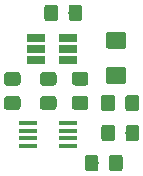
<source format=gbr>
G04 #@! TF.GenerationSoftware,KiCad,Pcbnew,(5.0.2)-1*
G04 #@! TF.CreationDate,2019-02-13T12:40:33+01:00*
G04 #@! TF.ProjectId,DICE-ADC-SMD,44494345-2d41-4444-932d-534d442e6b69,rev?*
G04 #@! TF.SameCoordinates,PX8e25b78PY3dbbafc*
G04 #@! TF.FileFunction,Paste,Top*
G04 #@! TF.FilePolarity,Positive*
%FSLAX46Y46*%
G04 Gerber Fmt 4.6, Leading zero omitted, Abs format (unit mm)*
G04 Created by KiCad (PCBNEW (5.0.2)-1) date 13/02/2019 12:40:33*
%MOMM*%
%LPD*%
G01*
G04 APERTURE LIST*
%ADD10R,1.600000X0.650000*%
%ADD11R,1.600000X0.400000*%
%ADD12C,0.100000*%
%ADD13C,1.150000*%
%ADD14C,1.425000*%
G04 APERTURE END LIST*
D10*
G04 #@! TO.C,ADC1*
X10443220Y14383900D03*
X10443220Y13433900D03*
X10443220Y12483900D03*
X13143220Y12483900D03*
X13143220Y14383900D03*
X13143220Y13433900D03*
G04 #@! TD*
D11*
G04 #@! TO.C,T1*
X9775720Y5209900D03*
X9775720Y5859900D03*
X9775720Y6509900D03*
X9775720Y7159900D03*
X13175720Y7159900D03*
X13175720Y6509900D03*
X13175720Y5859900D03*
X13175720Y5209900D03*
G04 #@! TD*
D12*
G04 #@! TO.C,C2*
G36*
X14120225Y17180696D02*
X14144493Y17177096D01*
X14168292Y17171135D01*
X14191391Y17162870D01*
X14213570Y17152380D01*
X14234613Y17139768D01*
X14254319Y17125153D01*
X14272497Y17108677D01*
X14288973Y17090499D01*
X14303588Y17070793D01*
X14316200Y17049750D01*
X14326690Y17027571D01*
X14334955Y17004472D01*
X14340916Y16980673D01*
X14344516Y16956405D01*
X14345720Y16931901D01*
X14345720Y16031899D01*
X14344516Y16007395D01*
X14340916Y15983127D01*
X14334955Y15959328D01*
X14326690Y15936229D01*
X14316200Y15914050D01*
X14303588Y15893007D01*
X14288973Y15873301D01*
X14272497Y15855123D01*
X14254319Y15838647D01*
X14234613Y15824032D01*
X14213570Y15811420D01*
X14191391Y15800930D01*
X14168292Y15792665D01*
X14144493Y15786704D01*
X14120225Y15783104D01*
X14095721Y15781900D01*
X13445719Y15781900D01*
X13421215Y15783104D01*
X13396947Y15786704D01*
X13373148Y15792665D01*
X13350049Y15800930D01*
X13327870Y15811420D01*
X13306827Y15824032D01*
X13287121Y15838647D01*
X13268943Y15855123D01*
X13252467Y15873301D01*
X13237852Y15893007D01*
X13225240Y15914050D01*
X13214750Y15936229D01*
X13206485Y15959328D01*
X13200524Y15983127D01*
X13196924Y16007395D01*
X13195720Y16031899D01*
X13195720Y16931901D01*
X13196924Y16956405D01*
X13200524Y16980673D01*
X13206485Y17004472D01*
X13214750Y17027571D01*
X13225240Y17049750D01*
X13237852Y17070793D01*
X13252467Y17090499D01*
X13268943Y17108677D01*
X13287121Y17125153D01*
X13306827Y17139768D01*
X13327870Y17152380D01*
X13350049Y17162870D01*
X13373148Y17171135D01*
X13396947Y17177096D01*
X13421215Y17180696D01*
X13445719Y17181900D01*
X14095721Y17181900D01*
X14120225Y17180696D01*
X14120225Y17180696D01*
G37*
D13*
X13770720Y16481900D03*
D12*
G36*
X12070225Y17180696D02*
X12094493Y17177096D01*
X12118292Y17171135D01*
X12141391Y17162870D01*
X12163570Y17152380D01*
X12184613Y17139768D01*
X12204319Y17125153D01*
X12222497Y17108677D01*
X12238973Y17090499D01*
X12253588Y17070793D01*
X12266200Y17049750D01*
X12276690Y17027571D01*
X12284955Y17004472D01*
X12290916Y16980673D01*
X12294516Y16956405D01*
X12295720Y16931901D01*
X12295720Y16031899D01*
X12294516Y16007395D01*
X12290916Y15983127D01*
X12284955Y15959328D01*
X12276690Y15936229D01*
X12266200Y15914050D01*
X12253588Y15893007D01*
X12238973Y15873301D01*
X12222497Y15855123D01*
X12204319Y15838647D01*
X12184613Y15824032D01*
X12163570Y15811420D01*
X12141391Y15800930D01*
X12118292Y15792665D01*
X12094493Y15786704D01*
X12070225Y15783104D01*
X12045721Y15781900D01*
X11395719Y15781900D01*
X11371215Y15783104D01*
X11346947Y15786704D01*
X11323148Y15792665D01*
X11300049Y15800930D01*
X11277870Y15811420D01*
X11256827Y15824032D01*
X11237121Y15838647D01*
X11218943Y15855123D01*
X11202467Y15873301D01*
X11187852Y15893007D01*
X11175240Y15914050D01*
X11164750Y15936229D01*
X11156485Y15959328D01*
X11150524Y15983127D01*
X11146924Y16007395D01*
X11145720Y16031899D01*
X11145720Y16931901D01*
X11146924Y16956405D01*
X11150524Y16980673D01*
X11156485Y17004472D01*
X11164750Y17027571D01*
X11175240Y17049750D01*
X11187852Y17070793D01*
X11202467Y17090499D01*
X11218943Y17108677D01*
X11237121Y17125153D01*
X11256827Y17139768D01*
X11277870Y17152380D01*
X11300049Y17162870D01*
X11323148Y17171135D01*
X11346947Y17177096D01*
X11371215Y17180696D01*
X11395719Y17181900D01*
X12045721Y17181900D01*
X12070225Y17180696D01*
X12070225Y17180696D01*
G37*
D13*
X11720720Y16481900D03*
G04 #@! TD*
D12*
G04 #@! TO.C,R5*
G36*
X8902225Y9416696D02*
X8926493Y9413096D01*
X8950292Y9407135D01*
X8973391Y9398870D01*
X8995570Y9388380D01*
X9016613Y9375768D01*
X9036319Y9361153D01*
X9054497Y9344677D01*
X9070973Y9326499D01*
X9085588Y9306793D01*
X9098200Y9285750D01*
X9108690Y9263571D01*
X9116955Y9240472D01*
X9122916Y9216673D01*
X9126516Y9192405D01*
X9127720Y9167901D01*
X9127720Y8517899D01*
X9126516Y8493395D01*
X9122916Y8469127D01*
X9116955Y8445328D01*
X9108690Y8422229D01*
X9098200Y8400050D01*
X9085588Y8379007D01*
X9070973Y8359301D01*
X9054497Y8341123D01*
X9036319Y8324647D01*
X9016613Y8310032D01*
X8995570Y8297420D01*
X8973391Y8286930D01*
X8950292Y8278665D01*
X8926493Y8272704D01*
X8902225Y8269104D01*
X8877721Y8267900D01*
X7977719Y8267900D01*
X7953215Y8269104D01*
X7928947Y8272704D01*
X7905148Y8278665D01*
X7882049Y8286930D01*
X7859870Y8297420D01*
X7838827Y8310032D01*
X7819121Y8324647D01*
X7800943Y8341123D01*
X7784467Y8359301D01*
X7769852Y8379007D01*
X7757240Y8400050D01*
X7746750Y8422229D01*
X7738485Y8445328D01*
X7732524Y8469127D01*
X7728924Y8493395D01*
X7727720Y8517899D01*
X7727720Y9167901D01*
X7728924Y9192405D01*
X7732524Y9216673D01*
X7738485Y9240472D01*
X7746750Y9263571D01*
X7757240Y9285750D01*
X7769852Y9306793D01*
X7784467Y9326499D01*
X7800943Y9344677D01*
X7819121Y9361153D01*
X7838827Y9375768D01*
X7859870Y9388380D01*
X7882049Y9398870D01*
X7905148Y9407135D01*
X7928947Y9413096D01*
X7953215Y9416696D01*
X7977719Y9417900D01*
X8877721Y9417900D01*
X8902225Y9416696D01*
X8902225Y9416696D01*
G37*
D13*
X8427720Y8842900D03*
D12*
G36*
X8902225Y11466696D02*
X8926493Y11463096D01*
X8950292Y11457135D01*
X8973391Y11448870D01*
X8995570Y11438380D01*
X9016613Y11425768D01*
X9036319Y11411153D01*
X9054497Y11394677D01*
X9070973Y11376499D01*
X9085588Y11356793D01*
X9098200Y11335750D01*
X9108690Y11313571D01*
X9116955Y11290472D01*
X9122916Y11266673D01*
X9126516Y11242405D01*
X9127720Y11217901D01*
X9127720Y10567899D01*
X9126516Y10543395D01*
X9122916Y10519127D01*
X9116955Y10495328D01*
X9108690Y10472229D01*
X9098200Y10450050D01*
X9085588Y10429007D01*
X9070973Y10409301D01*
X9054497Y10391123D01*
X9036319Y10374647D01*
X9016613Y10360032D01*
X8995570Y10347420D01*
X8973391Y10336930D01*
X8950292Y10328665D01*
X8926493Y10322704D01*
X8902225Y10319104D01*
X8877721Y10317900D01*
X7977719Y10317900D01*
X7953215Y10319104D01*
X7928947Y10322704D01*
X7905148Y10328665D01*
X7882049Y10336930D01*
X7859870Y10347420D01*
X7838827Y10360032D01*
X7819121Y10374647D01*
X7800943Y10391123D01*
X7784467Y10409301D01*
X7769852Y10429007D01*
X7757240Y10450050D01*
X7746750Y10472229D01*
X7738485Y10495328D01*
X7732524Y10519127D01*
X7728924Y10543395D01*
X7727720Y10567899D01*
X7727720Y11217901D01*
X7728924Y11242405D01*
X7732524Y11266673D01*
X7738485Y11290472D01*
X7746750Y11313571D01*
X7757240Y11335750D01*
X7769852Y11356793D01*
X7784467Y11376499D01*
X7800943Y11394677D01*
X7819121Y11411153D01*
X7838827Y11425768D01*
X7859870Y11438380D01*
X7882049Y11448870D01*
X7905148Y11457135D01*
X7928947Y11463096D01*
X7953215Y11466696D01*
X7977719Y11467900D01*
X8877721Y11467900D01*
X8902225Y11466696D01*
X8902225Y11466696D01*
G37*
D13*
X8427720Y10892900D03*
G04 #@! TD*
D12*
G04 #@! TO.C,R4*
G36*
X11950225Y11466696D02*
X11974493Y11463096D01*
X11998292Y11457135D01*
X12021391Y11448870D01*
X12043570Y11438380D01*
X12064613Y11425768D01*
X12084319Y11411153D01*
X12102497Y11394677D01*
X12118973Y11376499D01*
X12133588Y11356793D01*
X12146200Y11335750D01*
X12156690Y11313571D01*
X12164955Y11290472D01*
X12170916Y11266673D01*
X12174516Y11242405D01*
X12175720Y11217901D01*
X12175720Y10567899D01*
X12174516Y10543395D01*
X12170916Y10519127D01*
X12164955Y10495328D01*
X12156690Y10472229D01*
X12146200Y10450050D01*
X12133588Y10429007D01*
X12118973Y10409301D01*
X12102497Y10391123D01*
X12084319Y10374647D01*
X12064613Y10360032D01*
X12043570Y10347420D01*
X12021391Y10336930D01*
X11998292Y10328665D01*
X11974493Y10322704D01*
X11950225Y10319104D01*
X11925721Y10317900D01*
X11025719Y10317900D01*
X11001215Y10319104D01*
X10976947Y10322704D01*
X10953148Y10328665D01*
X10930049Y10336930D01*
X10907870Y10347420D01*
X10886827Y10360032D01*
X10867121Y10374647D01*
X10848943Y10391123D01*
X10832467Y10409301D01*
X10817852Y10429007D01*
X10805240Y10450050D01*
X10794750Y10472229D01*
X10786485Y10495328D01*
X10780524Y10519127D01*
X10776924Y10543395D01*
X10775720Y10567899D01*
X10775720Y11217901D01*
X10776924Y11242405D01*
X10780524Y11266673D01*
X10786485Y11290472D01*
X10794750Y11313571D01*
X10805240Y11335750D01*
X10817852Y11356793D01*
X10832467Y11376499D01*
X10848943Y11394677D01*
X10867121Y11411153D01*
X10886827Y11425768D01*
X10907870Y11438380D01*
X10930049Y11448870D01*
X10953148Y11457135D01*
X10976947Y11463096D01*
X11001215Y11466696D01*
X11025719Y11467900D01*
X11925721Y11467900D01*
X11950225Y11466696D01*
X11950225Y11466696D01*
G37*
D13*
X11475720Y10892900D03*
D12*
G36*
X11950225Y9416696D02*
X11974493Y9413096D01*
X11998292Y9407135D01*
X12021391Y9398870D01*
X12043570Y9388380D01*
X12064613Y9375768D01*
X12084319Y9361153D01*
X12102497Y9344677D01*
X12118973Y9326499D01*
X12133588Y9306793D01*
X12146200Y9285750D01*
X12156690Y9263571D01*
X12164955Y9240472D01*
X12170916Y9216673D01*
X12174516Y9192405D01*
X12175720Y9167901D01*
X12175720Y8517899D01*
X12174516Y8493395D01*
X12170916Y8469127D01*
X12164955Y8445328D01*
X12156690Y8422229D01*
X12146200Y8400050D01*
X12133588Y8379007D01*
X12118973Y8359301D01*
X12102497Y8341123D01*
X12084319Y8324647D01*
X12064613Y8310032D01*
X12043570Y8297420D01*
X12021391Y8286930D01*
X11998292Y8278665D01*
X11974493Y8272704D01*
X11950225Y8269104D01*
X11925721Y8267900D01*
X11025719Y8267900D01*
X11001215Y8269104D01*
X10976947Y8272704D01*
X10953148Y8278665D01*
X10930049Y8286930D01*
X10907870Y8297420D01*
X10886827Y8310032D01*
X10867121Y8324647D01*
X10848943Y8341123D01*
X10832467Y8359301D01*
X10817852Y8379007D01*
X10805240Y8400050D01*
X10794750Y8422229D01*
X10786485Y8445328D01*
X10780524Y8469127D01*
X10776924Y8493395D01*
X10775720Y8517899D01*
X10775720Y9167901D01*
X10776924Y9192405D01*
X10780524Y9216673D01*
X10786485Y9240472D01*
X10794750Y9263571D01*
X10805240Y9285750D01*
X10817852Y9306793D01*
X10832467Y9326499D01*
X10848943Y9344677D01*
X10867121Y9361153D01*
X10886827Y9375768D01*
X10907870Y9388380D01*
X10930049Y9398870D01*
X10953148Y9407135D01*
X10976947Y9413096D01*
X11001215Y9416696D01*
X11025719Y9417900D01*
X11925721Y9417900D01*
X11950225Y9416696D01*
X11950225Y9416696D01*
G37*
D13*
X11475720Y8842900D03*
G04 #@! TD*
D12*
G04 #@! TO.C,R3*
G36*
X14649225Y9426696D02*
X14673493Y9423096D01*
X14697292Y9417135D01*
X14720391Y9408870D01*
X14742570Y9398380D01*
X14763613Y9385768D01*
X14783319Y9371153D01*
X14801497Y9354677D01*
X14817973Y9336499D01*
X14832588Y9316793D01*
X14845200Y9295750D01*
X14855690Y9273571D01*
X14863955Y9250472D01*
X14869916Y9226673D01*
X14873516Y9202405D01*
X14874720Y9177901D01*
X14874720Y8527899D01*
X14873516Y8503395D01*
X14869916Y8479127D01*
X14863955Y8455328D01*
X14855690Y8432229D01*
X14845200Y8410050D01*
X14832588Y8389007D01*
X14817973Y8369301D01*
X14801497Y8351123D01*
X14783319Y8334647D01*
X14763613Y8320032D01*
X14742570Y8307420D01*
X14720391Y8296930D01*
X14697292Y8288665D01*
X14673493Y8282704D01*
X14649225Y8279104D01*
X14624721Y8277900D01*
X13724719Y8277900D01*
X13700215Y8279104D01*
X13675947Y8282704D01*
X13652148Y8288665D01*
X13629049Y8296930D01*
X13606870Y8307420D01*
X13585827Y8320032D01*
X13566121Y8334647D01*
X13547943Y8351123D01*
X13531467Y8369301D01*
X13516852Y8389007D01*
X13504240Y8410050D01*
X13493750Y8432229D01*
X13485485Y8455328D01*
X13479524Y8479127D01*
X13475924Y8503395D01*
X13474720Y8527899D01*
X13474720Y9177901D01*
X13475924Y9202405D01*
X13479524Y9226673D01*
X13485485Y9250472D01*
X13493750Y9273571D01*
X13504240Y9295750D01*
X13516852Y9316793D01*
X13531467Y9336499D01*
X13547943Y9354677D01*
X13566121Y9371153D01*
X13585827Y9385768D01*
X13606870Y9398380D01*
X13629049Y9408870D01*
X13652148Y9417135D01*
X13675947Y9423096D01*
X13700215Y9426696D01*
X13724719Y9427900D01*
X14624721Y9427900D01*
X14649225Y9426696D01*
X14649225Y9426696D01*
G37*
D13*
X14174720Y8852900D03*
D12*
G36*
X14649225Y11476696D02*
X14673493Y11473096D01*
X14697292Y11467135D01*
X14720391Y11458870D01*
X14742570Y11448380D01*
X14763613Y11435768D01*
X14783319Y11421153D01*
X14801497Y11404677D01*
X14817973Y11386499D01*
X14832588Y11366793D01*
X14845200Y11345750D01*
X14855690Y11323571D01*
X14863955Y11300472D01*
X14869916Y11276673D01*
X14873516Y11252405D01*
X14874720Y11227901D01*
X14874720Y10577899D01*
X14873516Y10553395D01*
X14869916Y10529127D01*
X14863955Y10505328D01*
X14855690Y10482229D01*
X14845200Y10460050D01*
X14832588Y10439007D01*
X14817973Y10419301D01*
X14801497Y10401123D01*
X14783319Y10384647D01*
X14763613Y10370032D01*
X14742570Y10357420D01*
X14720391Y10346930D01*
X14697292Y10338665D01*
X14673493Y10332704D01*
X14649225Y10329104D01*
X14624721Y10327900D01*
X13724719Y10327900D01*
X13700215Y10329104D01*
X13675947Y10332704D01*
X13652148Y10338665D01*
X13629049Y10346930D01*
X13606870Y10357420D01*
X13585827Y10370032D01*
X13566121Y10384647D01*
X13547943Y10401123D01*
X13531467Y10419301D01*
X13516852Y10439007D01*
X13504240Y10460050D01*
X13493750Y10482229D01*
X13485485Y10505328D01*
X13479524Y10529127D01*
X13475924Y10553395D01*
X13474720Y10577899D01*
X13474720Y11227901D01*
X13475924Y11252405D01*
X13479524Y11276673D01*
X13485485Y11300472D01*
X13493750Y11323571D01*
X13504240Y11345750D01*
X13516852Y11366793D01*
X13531467Y11386499D01*
X13547943Y11404677D01*
X13566121Y11421153D01*
X13585827Y11435768D01*
X13606870Y11448380D01*
X13629049Y11458870D01*
X13652148Y11467135D01*
X13675947Y11473096D01*
X13700215Y11476696D01*
X13724719Y11477900D01*
X14624721Y11477900D01*
X14649225Y11476696D01*
X14649225Y11476696D01*
G37*
D13*
X14174720Y10902900D03*
G04 #@! TD*
D12*
G04 #@! TO.C,R2*
G36*
X18946225Y7010696D02*
X18970493Y7007096D01*
X18994292Y7001135D01*
X19017391Y6992870D01*
X19039570Y6982380D01*
X19060613Y6969768D01*
X19080319Y6955153D01*
X19098497Y6938677D01*
X19114973Y6920499D01*
X19129588Y6900793D01*
X19142200Y6879750D01*
X19152690Y6857571D01*
X19160955Y6834472D01*
X19166916Y6810673D01*
X19170516Y6786405D01*
X19171720Y6761901D01*
X19171720Y5861899D01*
X19170516Y5837395D01*
X19166916Y5813127D01*
X19160955Y5789328D01*
X19152690Y5766229D01*
X19142200Y5744050D01*
X19129588Y5723007D01*
X19114973Y5703301D01*
X19098497Y5685123D01*
X19080319Y5668647D01*
X19060613Y5654032D01*
X19039570Y5641420D01*
X19017391Y5630930D01*
X18994292Y5622665D01*
X18970493Y5616704D01*
X18946225Y5613104D01*
X18921721Y5611900D01*
X18271719Y5611900D01*
X18247215Y5613104D01*
X18222947Y5616704D01*
X18199148Y5622665D01*
X18176049Y5630930D01*
X18153870Y5641420D01*
X18132827Y5654032D01*
X18113121Y5668647D01*
X18094943Y5685123D01*
X18078467Y5703301D01*
X18063852Y5723007D01*
X18051240Y5744050D01*
X18040750Y5766229D01*
X18032485Y5789328D01*
X18026524Y5813127D01*
X18022924Y5837395D01*
X18021720Y5861899D01*
X18021720Y6761901D01*
X18022924Y6786405D01*
X18026524Y6810673D01*
X18032485Y6834472D01*
X18040750Y6857571D01*
X18051240Y6879750D01*
X18063852Y6900793D01*
X18078467Y6920499D01*
X18094943Y6938677D01*
X18113121Y6955153D01*
X18132827Y6969768D01*
X18153870Y6982380D01*
X18176049Y6992870D01*
X18199148Y7001135D01*
X18222947Y7007096D01*
X18247215Y7010696D01*
X18271719Y7011900D01*
X18921721Y7011900D01*
X18946225Y7010696D01*
X18946225Y7010696D01*
G37*
D13*
X18596720Y6311900D03*
D12*
G36*
X16896225Y7010696D02*
X16920493Y7007096D01*
X16944292Y7001135D01*
X16967391Y6992870D01*
X16989570Y6982380D01*
X17010613Y6969768D01*
X17030319Y6955153D01*
X17048497Y6938677D01*
X17064973Y6920499D01*
X17079588Y6900793D01*
X17092200Y6879750D01*
X17102690Y6857571D01*
X17110955Y6834472D01*
X17116916Y6810673D01*
X17120516Y6786405D01*
X17121720Y6761901D01*
X17121720Y5861899D01*
X17120516Y5837395D01*
X17116916Y5813127D01*
X17110955Y5789328D01*
X17102690Y5766229D01*
X17092200Y5744050D01*
X17079588Y5723007D01*
X17064973Y5703301D01*
X17048497Y5685123D01*
X17030319Y5668647D01*
X17010613Y5654032D01*
X16989570Y5641420D01*
X16967391Y5630930D01*
X16944292Y5622665D01*
X16920493Y5616704D01*
X16896225Y5613104D01*
X16871721Y5611900D01*
X16221719Y5611900D01*
X16197215Y5613104D01*
X16172947Y5616704D01*
X16149148Y5622665D01*
X16126049Y5630930D01*
X16103870Y5641420D01*
X16082827Y5654032D01*
X16063121Y5668647D01*
X16044943Y5685123D01*
X16028467Y5703301D01*
X16013852Y5723007D01*
X16001240Y5744050D01*
X15990750Y5766229D01*
X15982485Y5789328D01*
X15976524Y5813127D01*
X15972924Y5837395D01*
X15971720Y5861899D01*
X15971720Y6761901D01*
X15972924Y6786405D01*
X15976524Y6810673D01*
X15982485Y6834472D01*
X15990750Y6857571D01*
X16001240Y6879750D01*
X16013852Y6900793D01*
X16028467Y6920499D01*
X16044943Y6938677D01*
X16063121Y6955153D01*
X16082827Y6969768D01*
X16103870Y6982380D01*
X16126049Y6992870D01*
X16149148Y7001135D01*
X16172947Y7007096D01*
X16197215Y7010696D01*
X16221719Y7011900D01*
X16871721Y7011900D01*
X16896225Y7010696D01*
X16896225Y7010696D01*
G37*
D13*
X16546720Y6311900D03*
G04 #@! TD*
D12*
G04 #@! TO.C,R1*
G36*
X16887225Y9550696D02*
X16911493Y9547096D01*
X16935292Y9541135D01*
X16958391Y9532870D01*
X16980570Y9522380D01*
X17001613Y9509768D01*
X17021319Y9495153D01*
X17039497Y9478677D01*
X17055973Y9460499D01*
X17070588Y9440793D01*
X17083200Y9419750D01*
X17093690Y9397571D01*
X17101955Y9374472D01*
X17107916Y9350673D01*
X17111516Y9326405D01*
X17112720Y9301901D01*
X17112720Y8401899D01*
X17111516Y8377395D01*
X17107916Y8353127D01*
X17101955Y8329328D01*
X17093690Y8306229D01*
X17083200Y8284050D01*
X17070588Y8263007D01*
X17055973Y8243301D01*
X17039497Y8225123D01*
X17021319Y8208647D01*
X17001613Y8194032D01*
X16980570Y8181420D01*
X16958391Y8170930D01*
X16935292Y8162665D01*
X16911493Y8156704D01*
X16887225Y8153104D01*
X16862721Y8151900D01*
X16212719Y8151900D01*
X16188215Y8153104D01*
X16163947Y8156704D01*
X16140148Y8162665D01*
X16117049Y8170930D01*
X16094870Y8181420D01*
X16073827Y8194032D01*
X16054121Y8208647D01*
X16035943Y8225123D01*
X16019467Y8243301D01*
X16004852Y8263007D01*
X15992240Y8284050D01*
X15981750Y8306229D01*
X15973485Y8329328D01*
X15967524Y8353127D01*
X15963924Y8377395D01*
X15962720Y8401899D01*
X15962720Y9301901D01*
X15963924Y9326405D01*
X15967524Y9350673D01*
X15973485Y9374472D01*
X15981750Y9397571D01*
X15992240Y9419750D01*
X16004852Y9440793D01*
X16019467Y9460499D01*
X16035943Y9478677D01*
X16054121Y9495153D01*
X16073827Y9509768D01*
X16094870Y9522380D01*
X16117049Y9532870D01*
X16140148Y9541135D01*
X16163947Y9547096D01*
X16188215Y9550696D01*
X16212719Y9551900D01*
X16862721Y9551900D01*
X16887225Y9550696D01*
X16887225Y9550696D01*
G37*
D13*
X16537720Y8851900D03*
D12*
G36*
X18937225Y9550696D02*
X18961493Y9547096D01*
X18985292Y9541135D01*
X19008391Y9532870D01*
X19030570Y9522380D01*
X19051613Y9509768D01*
X19071319Y9495153D01*
X19089497Y9478677D01*
X19105973Y9460499D01*
X19120588Y9440793D01*
X19133200Y9419750D01*
X19143690Y9397571D01*
X19151955Y9374472D01*
X19157916Y9350673D01*
X19161516Y9326405D01*
X19162720Y9301901D01*
X19162720Y8401899D01*
X19161516Y8377395D01*
X19157916Y8353127D01*
X19151955Y8329328D01*
X19143690Y8306229D01*
X19133200Y8284050D01*
X19120588Y8263007D01*
X19105973Y8243301D01*
X19089497Y8225123D01*
X19071319Y8208647D01*
X19051613Y8194032D01*
X19030570Y8181420D01*
X19008391Y8170930D01*
X18985292Y8162665D01*
X18961493Y8156704D01*
X18937225Y8153104D01*
X18912721Y8151900D01*
X18262719Y8151900D01*
X18238215Y8153104D01*
X18213947Y8156704D01*
X18190148Y8162665D01*
X18167049Y8170930D01*
X18144870Y8181420D01*
X18123827Y8194032D01*
X18104121Y8208647D01*
X18085943Y8225123D01*
X18069467Y8243301D01*
X18054852Y8263007D01*
X18042240Y8284050D01*
X18031750Y8306229D01*
X18023485Y8329328D01*
X18017524Y8353127D01*
X18013924Y8377395D01*
X18012720Y8401899D01*
X18012720Y9301901D01*
X18013924Y9326405D01*
X18017524Y9350673D01*
X18023485Y9374472D01*
X18031750Y9397571D01*
X18042240Y9419750D01*
X18054852Y9440793D01*
X18069467Y9460499D01*
X18085943Y9478677D01*
X18104121Y9495153D01*
X18123827Y9509768D01*
X18144870Y9522380D01*
X18167049Y9532870D01*
X18190148Y9541135D01*
X18213947Y9547096D01*
X18238215Y9550696D01*
X18262719Y9551900D01*
X18912721Y9551900D01*
X18937225Y9550696D01*
X18937225Y9550696D01*
G37*
D13*
X18587720Y8851900D03*
G04 #@! TD*
D12*
G04 #@! TO.C,C1*
G36*
X17872224Y11895696D02*
X17896493Y11892096D01*
X17920291Y11886135D01*
X17943391Y11877870D01*
X17965569Y11867380D01*
X17986613Y11854767D01*
X18006318Y11840153D01*
X18024497Y11823677D01*
X18040973Y11805498D01*
X18055587Y11785793D01*
X18068200Y11764749D01*
X18078690Y11742571D01*
X18086955Y11719471D01*
X18092916Y11695673D01*
X18096516Y11671404D01*
X18097720Y11646900D01*
X18097720Y10721900D01*
X18096516Y10697396D01*
X18092916Y10673127D01*
X18086955Y10649329D01*
X18078690Y10626229D01*
X18068200Y10604051D01*
X18055587Y10583007D01*
X18040973Y10563302D01*
X18024497Y10545123D01*
X18006318Y10528647D01*
X17986613Y10514033D01*
X17965569Y10501420D01*
X17943391Y10490930D01*
X17920291Y10482665D01*
X17896493Y10476704D01*
X17872224Y10473104D01*
X17847720Y10471900D01*
X16597720Y10471900D01*
X16573216Y10473104D01*
X16548947Y10476704D01*
X16525149Y10482665D01*
X16502049Y10490930D01*
X16479871Y10501420D01*
X16458827Y10514033D01*
X16439122Y10528647D01*
X16420943Y10545123D01*
X16404467Y10563302D01*
X16389853Y10583007D01*
X16377240Y10604051D01*
X16366750Y10626229D01*
X16358485Y10649329D01*
X16352524Y10673127D01*
X16348924Y10697396D01*
X16347720Y10721900D01*
X16347720Y11646900D01*
X16348924Y11671404D01*
X16352524Y11695673D01*
X16358485Y11719471D01*
X16366750Y11742571D01*
X16377240Y11764749D01*
X16389853Y11785793D01*
X16404467Y11805498D01*
X16420943Y11823677D01*
X16439122Y11840153D01*
X16458827Y11854767D01*
X16479871Y11867380D01*
X16502049Y11877870D01*
X16525149Y11886135D01*
X16548947Y11892096D01*
X16573216Y11895696D01*
X16597720Y11896900D01*
X17847720Y11896900D01*
X17872224Y11895696D01*
X17872224Y11895696D01*
G37*
D14*
X17222720Y11184400D03*
D12*
G36*
X17872224Y14870696D02*
X17896493Y14867096D01*
X17920291Y14861135D01*
X17943391Y14852870D01*
X17965569Y14842380D01*
X17986613Y14829767D01*
X18006318Y14815153D01*
X18024497Y14798677D01*
X18040973Y14780498D01*
X18055587Y14760793D01*
X18068200Y14739749D01*
X18078690Y14717571D01*
X18086955Y14694471D01*
X18092916Y14670673D01*
X18096516Y14646404D01*
X18097720Y14621900D01*
X18097720Y13696900D01*
X18096516Y13672396D01*
X18092916Y13648127D01*
X18086955Y13624329D01*
X18078690Y13601229D01*
X18068200Y13579051D01*
X18055587Y13558007D01*
X18040973Y13538302D01*
X18024497Y13520123D01*
X18006318Y13503647D01*
X17986613Y13489033D01*
X17965569Y13476420D01*
X17943391Y13465930D01*
X17920291Y13457665D01*
X17896493Y13451704D01*
X17872224Y13448104D01*
X17847720Y13446900D01*
X16597720Y13446900D01*
X16573216Y13448104D01*
X16548947Y13451704D01*
X16525149Y13457665D01*
X16502049Y13465930D01*
X16479871Y13476420D01*
X16458827Y13489033D01*
X16439122Y13503647D01*
X16420943Y13520123D01*
X16404467Y13538302D01*
X16389853Y13558007D01*
X16377240Y13579051D01*
X16366750Y13601229D01*
X16358485Y13624329D01*
X16352524Y13648127D01*
X16348924Y13672396D01*
X16347720Y13696900D01*
X16347720Y14621900D01*
X16348924Y14646404D01*
X16352524Y14670673D01*
X16358485Y14694471D01*
X16366750Y14717571D01*
X16377240Y14739749D01*
X16389853Y14760793D01*
X16404467Y14780498D01*
X16420943Y14798677D01*
X16439122Y14815153D01*
X16458827Y14829767D01*
X16479871Y14842380D01*
X16502049Y14852870D01*
X16525149Y14861135D01*
X16548947Y14867096D01*
X16573216Y14870696D01*
X16597720Y14871900D01*
X17847720Y14871900D01*
X17872224Y14870696D01*
X17872224Y14870696D01*
G37*
D14*
X17222720Y14159400D03*
G04 #@! TD*
D12*
G04 #@! TO.C,C3*
G36*
X17549225Y4470696D02*
X17573493Y4467096D01*
X17597292Y4461135D01*
X17620391Y4452870D01*
X17642570Y4442380D01*
X17663613Y4429768D01*
X17683319Y4415153D01*
X17701497Y4398677D01*
X17717973Y4380499D01*
X17732588Y4360793D01*
X17745200Y4339750D01*
X17755690Y4317571D01*
X17763955Y4294472D01*
X17769916Y4270673D01*
X17773516Y4246405D01*
X17774720Y4221901D01*
X17774720Y3321899D01*
X17773516Y3297395D01*
X17769916Y3273127D01*
X17763955Y3249328D01*
X17755690Y3226229D01*
X17745200Y3204050D01*
X17732588Y3183007D01*
X17717973Y3163301D01*
X17701497Y3145123D01*
X17683319Y3128647D01*
X17663613Y3114032D01*
X17642570Y3101420D01*
X17620391Y3090930D01*
X17597292Y3082665D01*
X17573493Y3076704D01*
X17549225Y3073104D01*
X17524721Y3071900D01*
X16874719Y3071900D01*
X16850215Y3073104D01*
X16825947Y3076704D01*
X16802148Y3082665D01*
X16779049Y3090930D01*
X16756870Y3101420D01*
X16735827Y3114032D01*
X16716121Y3128647D01*
X16697943Y3145123D01*
X16681467Y3163301D01*
X16666852Y3183007D01*
X16654240Y3204050D01*
X16643750Y3226229D01*
X16635485Y3249328D01*
X16629524Y3273127D01*
X16625924Y3297395D01*
X16624720Y3321899D01*
X16624720Y4221901D01*
X16625924Y4246405D01*
X16629524Y4270673D01*
X16635485Y4294472D01*
X16643750Y4317571D01*
X16654240Y4339750D01*
X16666852Y4360793D01*
X16681467Y4380499D01*
X16697943Y4398677D01*
X16716121Y4415153D01*
X16735827Y4429768D01*
X16756870Y4442380D01*
X16779049Y4452870D01*
X16802148Y4461135D01*
X16825947Y4467096D01*
X16850215Y4470696D01*
X16874719Y4471900D01*
X17524721Y4471900D01*
X17549225Y4470696D01*
X17549225Y4470696D01*
G37*
D13*
X17199720Y3771900D03*
D12*
G36*
X15499225Y4470696D02*
X15523493Y4467096D01*
X15547292Y4461135D01*
X15570391Y4452870D01*
X15592570Y4442380D01*
X15613613Y4429768D01*
X15633319Y4415153D01*
X15651497Y4398677D01*
X15667973Y4380499D01*
X15682588Y4360793D01*
X15695200Y4339750D01*
X15705690Y4317571D01*
X15713955Y4294472D01*
X15719916Y4270673D01*
X15723516Y4246405D01*
X15724720Y4221901D01*
X15724720Y3321899D01*
X15723516Y3297395D01*
X15719916Y3273127D01*
X15713955Y3249328D01*
X15705690Y3226229D01*
X15695200Y3204050D01*
X15682588Y3183007D01*
X15667973Y3163301D01*
X15651497Y3145123D01*
X15633319Y3128647D01*
X15613613Y3114032D01*
X15592570Y3101420D01*
X15570391Y3090930D01*
X15547292Y3082665D01*
X15523493Y3076704D01*
X15499225Y3073104D01*
X15474721Y3071900D01*
X14824719Y3071900D01*
X14800215Y3073104D01*
X14775947Y3076704D01*
X14752148Y3082665D01*
X14729049Y3090930D01*
X14706870Y3101420D01*
X14685827Y3114032D01*
X14666121Y3128647D01*
X14647943Y3145123D01*
X14631467Y3163301D01*
X14616852Y3183007D01*
X14604240Y3204050D01*
X14593750Y3226229D01*
X14585485Y3249328D01*
X14579524Y3273127D01*
X14575924Y3297395D01*
X14574720Y3321899D01*
X14574720Y4221901D01*
X14575924Y4246405D01*
X14579524Y4270673D01*
X14585485Y4294472D01*
X14593750Y4317571D01*
X14604240Y4339750D01*
X14616852Y4360793D01*
X14631467Y4380499D01*
X14647943Y4398677D01*
X14666121Y4415153D01*
X14685827Y4429768D01*
X14706870Y4442380D01*
X14729049Y4452870D01*
X14752148Y4461135D01*
X14775947Y4467096D01*
X14800215Y4470696D01*
X14824719Y4471900D01*
X15474721Y4471900D01*
X15499225Y4470696D01*
X15499225Y4470696D01*
G37*
D13*
X15149720Y3771900D03*
G04 #@! TD*
M02*

</source>
